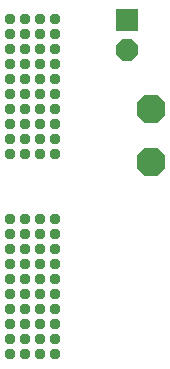
<source format=gbr>
G04 EAGLE Gerber RS-274X export*
G75*
%MOMM*%
%FSLAX34Y34*%
%LPD*%
%INSoldermask Bottom*%
%IPPOS*%
%AMOC8*
5,1,8,0,0,1.08239X$1,22.5*%
G01*
%ADD10P,0.989737X8X202.500000*%
%ADD11P,2.005885X8X292.500000*%
%ADD12R,1.853200X1.853200*%
%ADD13P,2.655319X8X22.500000*%


D10*
X19050Y637150D03*
X6350Y637150D03*
X19050Y624450D03*
X19050Y611750D03*
X19050Y599050D03*
X19050Y586350D03*
X19050Y573650D03*
X19050Y560950D03*
X19050Y548250D03*
X19050Y535550D03*
X19050Y522850D03*
X6350Y624450D03*
X6350Y611750D03*
X6350Y599050D03*
X6350Y586350D03*
X6350Y573650D03*
X6350Y560950D03*
X6350Y548250D03*
X6350Y535550D03*
X6350Y522850D03*
X-6350Y637150D03*
X-6350Y624450D03*
X-6350Y611750D03*
X-6350Y599050D03*
X-6350Y586350D03*
X-6350Y573650D03*
X-6350Y560950D03*
X-6350Y548250D03*
X-6350Y535550D03*
X-6350Y522850D03*
X-19050Y637150D03*
X-19050Y624450D03*
X-19050Y611750D03*
X-19050Y599050D03*
X-19050Y586350D03*
X-19050Y573650D03*
X-19050Y560950D03*
X-19050Y548250D03*
X-19050Y535550D03*
X-19050Y522850D03*
X19050Y807150D03*
X6350Y807150D03*
X19050Y794450D03*
X19050Y781750D03*
X19050Y769050D03*
X19050Y756350D03*
X19050Y743650D03*
X19050Y730950D03*
X19050Y718250D03*
X19050Y705550D03*
X19050Y692850D03*
X6350Y794450D03*
X6350Y781750D03*
X6350Y769050D03*
X6350Y756350D03*
X6350Y743650D03*
X6350Y730950D03*
X6350Y718250D03*
X6350Y705550D03*
X6350Y692850D03*
X-6350Y807150D03*
X-6350Y794450D03*
X-6350Y781750D03*
X-6350Y769050D03*
X-6350Y756350D03*
X-6350Y743650D03*
X-6350Y730950D03*
X-6350Y718250D03*
X-6350Y705550D03*
X-6350Y692850D03*
X-19050Y807150D03*
X-19050Y794450D03*
X-19050Y781750D03*
X-19050Y769050D03*
X-19050Y756350D03*
X-19050Y743650D03*
X-19050Y730950D03*
X-19050Y718250D03*
X-19050Y705550D03*
X-19050Y692850D03*
D11*
X80000Y780568D03*
D12*
X80000Y805968D03*
D13*
X100000Y685968D03*
X100000Y730968D03*
M02*

</source>
